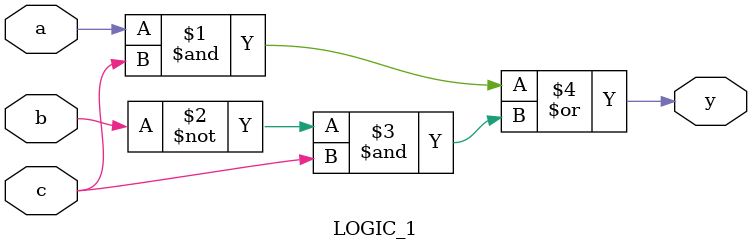
<source format=v>
module LOGIC_1(
	input a, b, c,
	output y
);

	assign y = (a & c) | (~b & c);
	
endmodule
</source>
